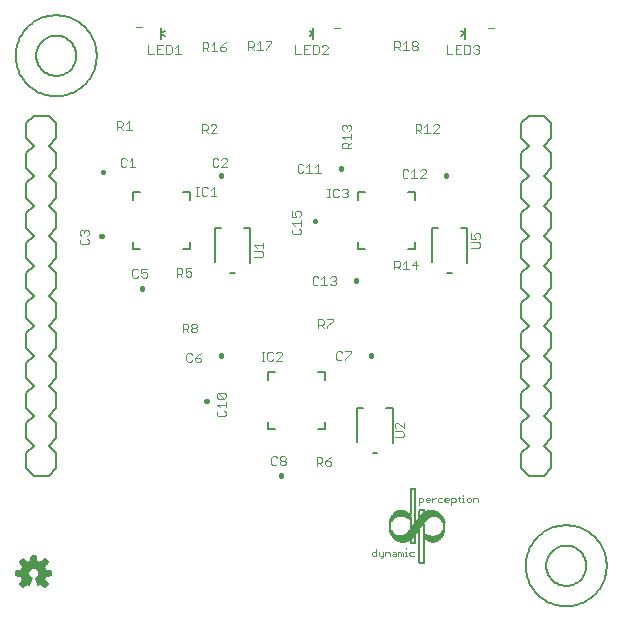
<source format=gto>
G75*
%MOIN*%
%OFA0B0*%
%FSLAX24Y24*%
%IPPOS*%
%LPD*%
%AMOC8*
5,1,8,0,0,1.08239X$1,22.5*
%
%ADD10C,0.0030*%
%ADD11C,0.0060*%
%ADD12C,0.0080*%
%ADD13C,0.0050*%
%ADD14C,0.0160*%
%ADD15R,0.0187X0.0007*%
%ADD16R,0.0187X0.0007*%
%ADD17R,0.0041X0.0007*%
%ADD18R,0.0042X0.0007*%
%ADD19R,0.0041X0.0007*%
%ADD20R,0.0042X0.0007*%
%ADD21R,0.0187X0.0007*%
%ADD22R,0.0187X0.0007*%
%ADD23R,0.0090X0.0007*%
%ADD24R,0.0076X0.0007*%
%ADD25R,0.0180X0.0007*%
%ADD26R,0.0160X0.0007*%
%ADD27R,0.0243X0.0007*%
%ADD28R,0.0042X0.0007*%
%ADD29R,0.0201X0.0007*%
%ADD30R,0.0285X0.0007*%
%ADD31R,0.0042X0.0007*%
%ADD32R,0.0243X0.0007*%
%ADD33R,0.0326X0.0007*%
%ADD34R,0.0285X0.0007*%
%ADD35R,0.0354X0.0007*%
%ADD36R,0.0313X0.0007*%
%ADD37R,0.0389X0.0007*%
%ADD38R,0.0340X0.0007*%
%ADD39R,0.0417X0.0007*%
%ADD40R,0.0368X0.0007*%
%ADD41R,0.0444X0.0007*%
%ADD42R,0.0514X0.0007*%
%ADD43R,0.0410X0.0007*%
%ADD44R,0.0521X0.0007*%
%ADD45R,0.0430X0.0007*%
%ADD46R,0.0535X0.0007*%
%ADD47R,0.0451X0.0007*%
%ADD48R,0.0542X0.0007*%
%ADD49R,0.0472X0.0007*%
%ADD50R,0.0549X0.0007*%
%ADD51R,0.0486X0.0007*%
%ADD52R,0.0563X0.0007*%
%ADD53R,0.0500X0.0007*%
%ADD54R,0.0576X0.0007*%
%ADD55R,0.0514X0.0007*%
%ADD56R,0.0590X0.0007*%
%ADD57R,0.0528X0.0007*%
%ADD58R,0.0604X0.0007*%
%ADD59R,0.0591X0.0007*%
%ADD60R,0.0618X0.0007*%
%ADD61R,0.0598X0.0007*%
%ADD62R,0.0632X0.0007*%
%ADD63R,0.0605X0.0007*%
%ADD64R,0.0646X0.0007*%
%ADD65R,0.0611X0.0007*%
%ADD66R,0.0660X0.0007*%
%ADD67R,0.0674X0.0007*%
%ADD68R,0.0625X0.0007*%
%ADD69R,0.0687X0.0007*%
%ADD70R,0.0632X0.0007*%
%ADD71R,0.0694X0.0007*%
%ADD72R,0.0639X0.0007*%
%ADD73R,0.0708X0.0007*%
%ADD74R,0.0639X0.0007*%
%ADD75R,0.0715X0.0007*%
%ADD76R,0.0729X0.0007*%
%ADD77R,0.0653X0.0007*%
%ADD78R,0.0743X0.0007*%
%ADD79R,0.0653X0.0007*%
%ADD80R,0.0750X0.0007*%
%ADD81R,0.0660X0.0007*%
%ADD82R,0.0757X0.0007*%
%ADD83R,0.0292X0.0007*%
%ADD84R,0.0479X0.0007*%
%ADD85R,0.0236X0.0007*%
%ADD86R,0.0222X0.0007*%
%ADD87R,0.0444X0.0007*%
%ADD88R,0.0209X0.0007*%
%ADD89R,0.0215X0.0007*%
%ADD90R,0.0423X0.0007*%
%ADD91R,0.0188X0.0007*%
%ADD92R,0.0194X0.0007*%
%ADD93R,0.0402X0.0007*%
%ADD94R,0.0167X0.0007*%
%ADD95R,0.0188X0.0007*%
%ADD96R,0.0181X0.0007*%
%ADD97R,0.0389X0.0007*%
%ADD98R,0.0153X0.0007*%
%ADD99R,0.0174X0.0007*%
%ADD100R,0.0375X0.0007*%
%ADD101R,0.0139X0.0007*%
%ADD102R,0.0167X0.0007*%
%ADD103R,0.0361X0.0007*%
%ADD104R,0.0125X0.0007*%
%ADD105R,0.0167X0.0007*%
%ADD106R,0.0347X0.0007*%
%ADD107R,0.0111X0.0007*%
%ADD108R,0.0153X0.0007*%
%ADD109R,0.0340X0.0007*%
%ADD110R,0.0105X0.0007*%
%ADD111R,0.0146X0.0007*%
%ADD112R,0.0333X0.0007*%
%ADD113R,0.0091X0.0007*%
%ADD114R,0.0146X0.0007*%
%ADD115R,0.0333X0.0007*%
%ADD116R,0.0084X0.0007*%
%ADD117R,0.0132X0.0007*%
%ADD118R,0.0139X0.0007*%
%ADD119R,0.0070X0.0007*%
%ADD120R,0.0132X0.0007*%
%ADD121R,0.0132X0.0007*%
%ADD122R,0.0326X0.0007*%
%ADD123R,0.0063X0.0007*%
%ADD124R,0.0125X0.0007*%
%ADD125R,0.0056X0.0007*%
%ADD126R,0.0312X0.0007*%
%ADD127R,0.0049X0.0007*%
%ADD128R,0.0312X0.0007*%
%ADD129R,0.0118X0.0007*%
%ADD130R,0.0313X0.0007*%
%ADD131R,0.0118X0.0007*%
%ADD132R,0.0112X0.0007*%
%ADD133R,0.0111X0.0007*%
%ADD134R,0.0306X0.0007*%
%ADD135R,0.0306X0.0007*%
%ADD136R,0.0105X0.0007*%
%ADD137R,0.0112X0.0007*%
%ADD138R,0.0098X0.0007*%
%ADD139R,0.0098X0.0007*%
%ADD140R,0.0097X0.0007*%
%ADD141R,0.0347X0.0007*%
%ADD142R,0.0097X0.0007*%
%ADD143R,0.0347X0.0007*%
%ADD144R,0.0090X0.0007*%
%ADD145R,0.0097X0.0007*%
%ADD146R,0.0091X0.0007*%
%ADD147R,0.0083X0.0007*%
%ADD148R,0.0083X0.0007*%
%ADD149R,0.0299X0.0007*%
%ADD150R,0.0299X0.0007*%
%ADD151R,0.0299X0.0007*%
%ADD152R,0.0305X0.0007*%
%ADD153R,0.0305X0.0007*%
%ADD154R,0.0104X0.0007*%
%ADD155R,0.0319X0.0007*%
%ADD156R,0.0319X0.0007*%
%ADD157R,0.0063X0.0007*%
%ADD158R,0.0070X0.0007*%
%ADD159R,0.0319X0.0007*%
%ADD160R,0.0077X0.0007*%
%ADD161R,0.0139X0.0007*%
%ADD162R,0.0139X0.0007*%
%ADD163R,0.0160X0.0007*%
%ADD164R,0.0119X0.0007*%
%ADD165R,0.0361X0.0007*%
%ADD166R,0.0174X0.0007*%
%ADD167R,0.0375X0.0007*%
%ADD168R,0.0388X0.0007*%
%ADD169R,0.0174X0.0007*%
%ADD170R,0.0402X0.0007*%
%ADD171R,0.0195X0.0007*%
%ADD172R,0.0222X0.0007*%
%ADD173R,0.0223X0.0007*%
%ADD174R,0.0444X0.0007*%
%ADD175R,0.0250X0.0007*%
%ADD176R,0.0320X0.0007*%
%ADD177R,0.0798X0.0007*%
%ADD178R,0.0667X0.0007*%
%ADD179R,0.0736X0.0007*%
%ADD180R,0.0722X0.0007*%
%ADD181R,0.0646X0.0007*%
%ADD182R,0.0639X0.0007*%
%ADD183R,0.0694X0.0007*%
%ADD184R,0.0632X0.0007*%
%ADD185R,0.0680X0.0007*%
%ADD186R,0.0666X0.0007*%
%ADD187R,0.0625X0.0007*%
%ADD188R,0.0619X0.0007*%
%ADD189R,0.0612X0.0007*%
%ADD190R,0.0632X0.0007*%
%ADD191R,0.0605X0.0007*%
%ADD192R,0.0549X0.0007*%
%ADD193R,0.0604X0.0007*%
%ADD194R,0.0535X0.0007*%
%ADD195R,0.0577X0.0007*%
%ADD196R,0.0542X0.0007*%
%ADD197R,0.0465X0.0007*%
%ADD198R,0.0444X0.0007*%
%ADD199R,0.0528X0.0007*%
%ADD200R,0.0514X0.0007*%
%ADD201R,0.0403X0.0007*%
%ADD202R,0.0507X0.0007*%
%ADD203R,0.0382X0.0007*%
%ADD204R,0.0437X0.0007*%
%ADD205R,0.0410X0.0007*%
%ADD206R,0.0334X0.0007*%
%ADD207R,0.0354X0.0007*%
%ADD208R,0.0271X0.0007*%
%ADD209R,0.0278X0.0007*%
%ADD210R,0.0229X0.0007*%
%ADD211R,0.0166X0.0007*%
%ADD212C,0.0020*%
%ADD213C,0.0059*%
D10*
X008147Y008295D02*
X008244Y008295D01*
X008292Y008343D01*
X008393Y008343D02*
X008442Y008295D01*
X008538Y008295D01*
X008587Y008343D01*
X008587Y008392D01*
X008538Y008440D01*
X008393Y008440D01*
X008393Y008343D01*
X008393Y008440D02*
X008490Y008537D01*
X008587Y008585D01*
X008292Y008537D02*
X008244Y008585D01*
X008147Y008585D01*
X008099Y008537D01*
X008099Y008343D01*
X008147Y008295D01*
X009161Y007264D02*
X009354Y007070D01*
X009403Y007119D01*
X009403Y007215D01*
X009354Y007264D01*
X009161Y007264D01*
X009113Y007215D01*
X009113Y007119D01*
X009161Y007070D01*
X009354Y007070D01*
X009403Y006969D02*
X009403Y006776D01*
X009403Y006872D02*
X009113Y006872D01*
X009209Y006776D01*
X009161Y006675D02*
X009113Y006626D01*
X009113Y006529D01*
X009161Y006481D01*
X009354Y006481D01*
X009403Y006529D01*
X009403Y006626D01*
X009354Y006675D01*
X010925Y005094D02*
X010925Y004901D01*
X010974Y004853D01*
X011070Y004853D01*
X011119Y004901D01*
X011220Y004901D02*
X011220Y004949D01*
X011268Y004998D01*
X011365Y004998D01*
X011414Y004949D01*
X011414Y004901D01*
X011365Y004853D01*
X011268Y004853D01*
X011220Y004901D01*
X011268Y004998D02*
X011220Y005046D01*
X011220Y005094D01*
X011268Y005143D01*
X011365Y005143D01*
X011414Y005094D01*
X011414Y005046D01*
X011365Y004998D01*
X011119Y005094D02*
X011070Y005143D01*
X010974Y005143D01*
X010925Y005094D01*
X012436Y005123D02*
X012436Y004833D01*
X012436Y004929D02*
X012581Y004929D01*
X012630Y004978D01*
X012630Y005074D01*
X012581Y005123D01*
X012436Y005123D01*
X012533Y004929D02*
X012630Y004833D01*
X012731Y004881D02*
X012779Y004833D01*
X012876Y004833D01*
X012924Y004881D01*
X012924Y004929D01*
X012876Y004978D01*
X012731Y004978D01*
X012731Y004881D01*
X012731Y004978D02*
X012827Y005074D01*
X012924Y005123D01*
X015049Y005784D02*
X015291Y005784D01*
X015339Y005833D01*
X015339Y005929D01*
X015291Y005978D01*
X015049Y005978D01*
X015097Y006079D02*
X015049Y006127D01*
X015049Y006224D01*
X015097Y006272D01*
X015146Y006272D01*
X015339Y006079D01*
X015339Y006272D01*
X013393Y008358D02*
X013393Y008406D01*
X013587Y008599D01*
X013587Y008648D01*
X013393Y008648D01*
X013292Y008599D02*
X013244Y008648D01*
X013147Y008648D01*
X013099Y008599D01*
X013099Y008406D01*
X013147Y008358D01*
X013244Y008358D01*
X013292Y008406D01*
X012783Y009428D02*
X012783Y009476D01*
X012976Y009669D01*
X012976Y009718D01*
X012783Y009718D01*
X012681Y009669D02*
X012681Y009573D01*
X012633Y009524D01*
X012488Y009524D01*
X012488Y009428D02*
X012488Y009718D01*
X012633Y009718D01*
X012681Y009669D01*
X012585Y009524D02*
X012681Y009428D01*
X012695Y010858D02*
X012695Y011148D01*
X012599Y011051D01*
X012497Y011099D02*
X012449Y011148D01*
X012352Y011148D01*
X012304Y011099D01*
X012304Y010906D01*
X012352Y010858D01*
X012449Y010858D01*
X012497Y010906D01*
X012599Y010858D02*
X012792Y010858D01*
X012893Y010906D02*
X012942Y010858D01*
X013038Y010858D01*
X013087Y010906D01*
X013087Y010954D01*
X013038Y011003D01*
X012990Y011003D01*
X013038Y011003D02*
X013087Y011051D01*
X013087Y011099D01*
X013038Y011148D01*
X012942Y011148D01*
X012893Y011099D01*
X011854Y012544D02*
X011903Y012592D01*
X011903Y012689D01*
X011854Y012737D01*
X011903Y012838D02*
X011903Y013032D01*
X011903Y012935D02*
X011613Y012935D01*
X011709Y012838D01*
X011661Y012737D02*
X011613Y012689D01*
X011613Y012592D01*
X011661Y012544D01*
X011854Y012544D01*
X011854Y013133D02*
X011903Y013181D01*
X011903Y013278D01*
X011854Y013326D01*
X011758Y013326D01*
X011709Y013278D01*
X011709Y013230D01*
X011758Y013133D01*
X011613Y013133D01*
X011613Y013326D01*
X011852Y014608D02*
X011949Y014608D01*
X011997Y014656D01*
X012099Y014608D02*
X012292Y014608D01*
X012195Y014608D02*
X012195Y014898D01*
X012099Y014801D01*
X011997Y014849D02*
X011949Y014898D01*
X011852Y014898D01*
X011804Y014849D01*
X011804Y014656D01*
X011852Y014608D01*
X012393Y014608D02*
X012587Y014608D01*
X012490Y014608D02*
X012490Y014898D01*
X012393Y014801D01*
X012792Y014069D02*
X012888Y014069D01*
X012840Y014069D02*
X012840Y013779D01*
X012792Y013779D02*
X012888Y013779D01*
X012988Y013827D02*
X013036Y013779D01*
X013133Y013779D01*
X013182Y013827D01*
X013283Y013827D02*
X013331Y013779D01*
X013428Y013779D01*
X013476Y013827D01*
X013476Y013876D01*
X013428Y013924D01*
X013379Y013924D01*
X013428Y013924D02*
X013476Y013972D01*
X013476Y014021D01*
X013428Y014069D01*
X013331Y014069D01*
X013283Y014021D01*
X013182Y014021D02*
X013133Y014069D01*
X013036Y014069D01*
X012988Y014021D01*
X012988Y013827D01*
X013293Y015415D02*
X013293Y015560D01*
X013341Y015608D01*
X013438Y015608D01*
X013486Y015560D01*
X013486Y015415D01*
X013486Y015512D02*
X013583Y015608D01*
X013583Y015710D02*
X013583Y015903D01*
X013583Y015806D02*
X013293Y015806D01*
X013389Y015710D01*
X013293Y015415D02*
X013583Y015415D01*
X013534Y016004D02*
X013583Y016053D01*
X013583Y016149D01*
X013534Y016198D01*
X013486Y016198D01*
X013438Y016149D01*
X013438Y016101D01*
X013438Y016149D02*
X013389Y016198D01*
X013341Y016198D01*
X013293Y016149D01*
X013293Y016053D01*
X013341Y016004D01*
X015304Y014662D02*
X015304Y014468D01*
X015352Y014420D01*
X015449Y014420D01*
X015497Y014468D01*
X015599Y014420D02*
X015792Y014420D01*
X015695Y014420D02*
X015695Y014710D01*
X015599Y014613D01*
X015497Y014662D02*
X015449Y014710D01*
X015352Y014710D01*
X015304Y014662D01*
X015893Y014662D02*
X015942Y014710D01*
X016038Y014710D01*
X016087Y014662D01*
X016087Y014613D01*
X015893Y014420D01*
X016087Y014420D01*
X016129Y015928D02*
X016129Y016218D01*
X016033Y016121D01*
X015931Y016169D02*
X015931Y016073D01*
X015883Y016024D01*
X015738Y016024D01*
X015738Y015928D02*
X015738Y016218D01*
X015883Y016218D01*
X015931Y016169D01*
X015835Y016024D02*
X015931Y015928D01*
X016033Y015928D02*
X016226Y015928D01*
X016327Y015928D02*
X016521Y016121D01*
X016521Y016169D01*
X016472Y016218D01*
X016376Y016218D01*
X016327Y016169D01*
X016327Y015928D02*
X016521Y015928D01*
X016775Y018565D02*
X016969Y018565D01*
X017070Y018565D02*
X017264Y018565D01*
X017365Y018565D02*
X017510Y018565D01*
X017558Y018613D01*
X017558Y018807D01*
X017510Y018855D01*
X017365Y018855D01*
X017365Y018565D01*
X017167Y018710D02*
X017070Y018710D01*
X017070Y018855D02*
X017070Y018565D01*
X017070Y018855D02*
X017264Y018855D01*
X017659Y018807D02*
X017708Y018855D01*
X017804Y018855D01*
X017853Y018807D01*
X017853Y018758D01*
X017804Y018710D01*
X017853Y018662D01*
X017853Y018613D01*
X017804Y018565D01*
X017708Y018565D01*
X017659Y018613D01*
X017756Y018710D02*
X017804Y018710D01*
X018150Y019410D02*
X018344Y019410D01*
X016775Y018855D02*
X016775Y018565D01*
X015808Y018738D02*
X015760Y018690D01*
X015663Y018690D01*
X015615Y018738D01*
X015615Y018787D01*
X015663Y018835D01*
X015760Y018835D01*
X015808Y018787D01*
X015808Y018738D01*
X015760Y018835D02*
X015808Y018883D01*
X015808Y018932D01*
X015760Y018980D01*
X015663Y018980D01*
X015615Y018932D01*
X015615Y018883D01*
X015663Y018835D01*
X015514Y018690D02*
X015320Y018690D01*
X015417Y018690D02*
X015417Y018980D01*
X015320Y018883D01*
X015219Y018835D02*
X015170Y018787D01*
X015025Y018787D01*
X015025Y018690D02*
X015025Y018980D01*
X015170Y018980D01*
X015219Y018932D01*
X015219Y018835D01*
X015122Y018787D02*
X015219Y018690D01*
X013219Y019410D02*
X013025Y019410D01*
X012754Y018855D02*
X012658Y018855D01*
X012609Y018807D01*
X012508Y018807D02*
X012508Y018613D01*
X012460Y018565D01*
X012315Y018565D01*
X012315Y018855D01*
X012460Y018855D01*
X012508Y018807D01*
X012754Y018855D02*
X012803Y018807D01*
X012803Y018758D01*
X012609Y018565D01*
X012803Y018565D01*
X012214Y018565D02*
X012020Y018565D01*
X012020Y018855D01*
X012214Y018855D01*
X012117Y018710D02*
X012020Y018710D01*
X011919Y018565D02*
X011725Y018565D01*
X011725Y018855D01*
X010933Y018932D02*
X010740Y018738D01*
X010740Y018690D01*
X010639Y018690D02*
X010445Y018690D01*
X010542Y018690D02*
X010542Y018980D01*
X010445Y018883D01*
X010344Y018835D02*
X010295Y018787D01*
X010150Y018787D01*
X010150Y018690D02*
X010150Y018980D01*
X010295Y018980D01*
X010344Y018932D01*
X010344Y018835D01*
X010247Y018787D02*
X010344Y018690D01*
X010740Y018980D02*
X010933Y018980D01*
X010933Y018932D01*
X009424Y018948D02*
X009327Y018899D01*
X009231Y018803D01*
X009376Y018803D01*
X009424Y018754D01*
X009424Y018706D01*
X009376Y018658D01*
X009279Y018658D01*
X009231Y018706D01*
X009231Y018803D01*
X009130Y018658D02*
X008936Y018658D01*
X009033Y018658D02*
X009033Y018948D01*
X008936Y018851D01*
X008835Y018899D02*
X008835Y018803D01*
X008787Y018754D01*
X008641Y018754D01*
X008641Y018658D02*
X008641Y018948D01*
X008787Y018948D01*
X008835Y018899D01*
X008738Y018754D02*
X008835Y018658D01*
X007903Y018565D02*
X007709Y018565D01*
X007806Y018565D02*
X007806Y018855D01*
X007709Y018758D01*
X007608Y018807D02*
X007560Y018855D01*
X007415Y018855D01*
X007415Y018565D01*
X007560Y018565D01*
X007608Y018613D01*
X007608Y018807D01*
X007314Y018855D02*
X007120Y018855D01*
X007120Y018565D01*
X007314Y018565D01*
X007217Y018710D02*
X007120Y018710D01*
X007019Y018565D02*
X006825Y018565D01*
X006825Y018855D01*
X006619Y019473D02*
X006425Y019473D01*
X006177Y016323D02*
X006177Y016033D01*
X006081Y016033D02*
X006274Y016033D01*
X006081Y016226D02*
X006177Y016323D01*
X005980Y016274D02*
X005980Y016178D01*
X005931Y016129D01*
X005786Y016129D01*
X005786Y016033D02*
X005786Y016323D01*
X005931Y016323D01*
X005980Y016274D01*
X005883Y016129D02*
X005980Y016033D01*
X005959Y015085D02*
X005911Y015037D01*
X005911Y014843D01*
X005959Y014795D01*
X006056Y014795D01*
X006105Y014843D01*
X006206Y014795D02*
X006399Y014795D01*
X006302Y014795D02*
X006302Y015085D01*
X006206Y014988D01*
X006105Y015037D02*
X006056Y015085D01*
X005959Y015085D01*
X008417Y014132D02*
X008513Y014132D01*
X008465Y014132D02*
X008465Y013841D01*
X008417Y013841D02*
X008513Y013841D01*
X008613Y013890D02*
X008613Y014083D01*
X008661Y014132D01*
X008758Y014132D01*
X008807Y014083D01*
X008908Y014035D02*
X009004Y014132D01*
X009004Y013841D01*
X008908Y013841D02*
X009101Y013841D01*
X008807Y013890D02*
X008758Y013841D01*
X008661Y013841D01*
X008613Y013890D01*
X009022Y014795D02*
X009119Y014795D01*
X009167Y014843D01*
X009268Y014795D02*
X009462Y014988D01*
X009462Y015037D01*
X009413Y015085D01*
X009317Y015085D01*
X009268Y015037D01*
X009167Y015037D02*
X009119Y015085D01*
X009022Y015085D01*
X008974Y015037D01*
X008974Y014843D01*
X009022Y014795D01*
X009268Y014795D02*
X009462Y014795D01*
X009101Y015928D02*
X008908Y015928D01*
X009101Y016121D01*
X009101Y016169D01*
X009053Y016218D01*
X008956Y016218D01*
X008908Y016169D01*
X008806Y016169D02*
X008806Y016073D01*
X008758Y016024D01*
X008613Y016024D01*
X008613Y015928D02*
X008613Y016218D01*
X008758Y016218D01*
X008806Y016169D01*
X008710Y016024D02*
X008806Y015928D01*
X010652Y012272D02*
X010652Y012079D01*
X010652Y012176D02*
X010362Y012176D01*
X010458Y012079D01*
X010362Y011978D02*
X010603Y011978D01*
X010652Y011929D01*
X010652Y011833D01*
X010603Y011784D01*
X010362Y011784D01*
X008264Y011418D02*
X008070Y011418D01*
X008070Y011273D01*
X008167Y011321D01*
X008215Y011321D01*
X008264Y011273D01*
X008264Y011176D01*
X008215Y011128D01*
X008118Y011128D01*
X008070Y011176D01*
X007969Y011128D02*
X007872Y011224D01*
X007920Y011224D02*
X007775Y011224D01*
X007775Y011128D02*
X007775Y011418D01*
X007920Y011418D01*
X007969Y011369D01*
X007969Y011273D01*
X007920Y011224D01*
X006789Y011248D02*
X006789Y011151D01*
X006740Y011103D01*
X006643Y011103D01*
X006595Y011151D01*
X006595Y011248D02*
X006692Y011296D01*
X006740Y011296D01*
X006789Y011248D01*
X006789Y011393D02*
X006595Y011393D01*
X006595Y011248D01*
X006494Y011344D02*
X006445Y011393D01*
X006349Y011393D01*
X006300Y011344D01*
X006300Y011151D01*
X006349Y011103D01*
X006445Y011103D01*
X006494Y011151D01*
X004840Y012262D02*
X004792Y012213D01*
X004598Y012213D01*
X004550Y012262D01*
X004550Y012358D01*
X004598Y012407D01*
X004598Y012508D02*
X004550Y012556D01*
X004550Y012653D01*
X004598Y012701D01*
X004647Y012701D01*
X004695Y012653D01*
X004744Y012701D01*
X004792Y012701D01*
X004840Y012653D01*
X004840Y012556D01*
X004792Y012508D01*
X004792Y012407D02*
X004840Y012358D01*
X004840Y012262D01*
X004695Y012605D02*
X004695Y012653D01*
X007974Y009573D02*
X007974Y009283D01*
X007974Y009379D02*
X008119Y009379D01*
X008167Y009428D01*
X008167Y009524D01*
X008119Y009573D01*
X007974Y009573D01*
X008070Y009379D02*
X008167Y009283D01*
X008268Y009331D02*
X008268Y009379D01*
X008317Y009428D01*
X008413Y009428D01*
X008462Y009379D01*
X008462Y009331D01*
X008413Y009283D01*
X008317Y009283D01*
X008268Y009331D01*
X008317Y009428D02*
X008268Y009476D01*
X008268Y009524D01*
X008317Y009573D01*
X008413Y009573D01*
X008462Y009524D01*
X008462Y009476D01*
X008413Y009428D01*
X010604Y008632D02*
X010701Y008632D01*
X010652Y008632D02*
X010652Y008341D01*
X010604Y008341D02*
X010701Y008341D01*
X010801Y008390D02*
X010801Y008583D01*
X010849Y008632D01*
X010946Y008632D01*
X010994Y008583D01*
X011095Y008583D02*
X011144Y008632D01*
X011240Y008632D01*
X011289Y008583D01*
X011289Y008535D01*
X011095Y008341D01*
X011289Y008341D01*
X010994Y008390D02*
X010946Y008341D01*
X010849Y008341D01*
X010801Y008390D01*
X015025Y011378D02*
X015025Y011668D01*
X015170Y011668D01*
X015219Y011619D01*
X015219Y011523D01*
X015170Y011474D01*
X015025Y011474D01*
X015122Y011474D02*
X015219Y011378D01*
X015320Y011378D02*
X015514Y011378D01*
X015417Y011378D02*
X015417Y011668D01*
X015320Y011571D01*
X015615Y011523D02*
X015808Y011523D01*
X015760Y011378D02*
X015760Y011668D01*
X015615Y011523D01*
X017596Y012097D02*
X017838Y012097D01*
X017886Y012145D01*
X017886Y012242D01*
X017838Y012290D01*
X017596Y012290D01*
X017596Y012391D02*
X017741Y012391D01*
X017693Y012488D01*
X017693Y012536D01*
X017741Y012585D01*
X017838Y012585D01*
X017886Y012536D01*
X017886Y012440D01*
X017838Y012391D01*
X017596Y012391D02*
X017596Y012585D01*
D11*
X019410Y001500D02*
X019412Y001573D01*
X019418Y001646D01*
X019428Y001718D01*
X019442Y001790D01*
X019459Y001861D01*
X019481Y001931D01*
X019506Y002000D01*
X019535Y002067D01*
X019567Y002132D01*
X019603Y002196D01*
X019643Y002258D01*
X019685Y002317D01*
X019731Y002374D01*
X019780Y002428D01*
X019832Y002480D01*
X019886Y002529D01*
X019943Y002575D01*
X020002Y002617D01*
X020064Y002657D01*
X020128Y002693D01*
X020193Y002725D01*
X020260Y002754D01*
X020329Y002779D01*
X020399Y002801D01*
X020470Y002818D01*
X020542Y002832D01*
X020614Y002842D01*
X020687Y002848D01*
X020760Y002850D01*
X020833Y002848D01*
X020906Y002842D01*
X020978Y002832D01*
X021050Y002818D01*
X021121Y002801D01*
X021191Y002779D01*
X021260Y002754D01*
X021327Y002725D01*
X021392Y002693D01*
X021456Y002657D01*
X021518Y002617D01*
X021577Y002575D01*
X021634Y002529D01*
X021688Y002480D01*
X021740Y002428D01*
X021789Y002374D01*
X021835Y002317D01*
X021877Y002258D01*
X021917Y002196D01*
X021953Y002132D01*
X021985Y002067D01*
X022014Y002000D01*
X022039Y001931D01*
X022061Y001861D01*
X022078Y001790D01*
X022092Y001718D01*
X022102Y001646D01*
X022108Y001573D01*
X022110Y001500D01*
X022108Y001427D01*
X022102Y001354D01*
X022092Y001282D01*
X022078Y001210D01*
X022061Y001139D01*
X022039Y001069D01*
X022014Y001000D01*
X021985Y000933D01*
X021953Y000868D01*
X021917Y000804D01*
X021877Y000742D01*
X021835Y000683D01*
X021789Y000626D01*
X021740Y000572D01*
X021688Y000520D01*
X021634Y000471D01*
X021577Y000425D01*
X021518Y000383D01*
X021456Y000343D01*
X021392Y000307D01*
X021327Y000275D01*
X021260Y000246D01*
X021191Y000221D01*
X021121Y000199D01*
X021050Y000182D01*
X020978Y000168D01*
X020906Y000158D01*
X020833Y000152D01*
X020760Y000150D01*
X020687Y000152D01*
X020614Y000158D01*
X020542Y000168D01*
X020470Y000182D01*
X020399Y000199D01*
X020329Y000221D01*
X020260Y000246D01*
X020193Y000275D01*
X020128Y000307D01*
X020064Y000343D01*
X020002Y000383D01*
X019943Y000425D01*
X019886Y000471D01*
X019832Y000520D01*
X019780Y000572D01*
X019731Y000626D01*
X019685Y000683D01*
X019643Y000742D01*
X019603Y000804D01*
X019567Y000868D01*
X019535Y000933D01*
X019506Y001000D01*
X019481Y001069D01*
X019459Y001139D01*
X019442Y001210D01*
X019428Y001282D01*
X019418Y001354D01*
X019412Y001427D01*
X019410Y001500D01*
X002410Y018500D02*
X002412Y018573D01*
X002418Y018646D01*
X002428Y018718D01*
X002442Y018790D01*
X002459Y018861D01*
X002481Y018931D01*
X002506Y019000D01*
X002535Y019067D01*
X002567Y019132D01*
X002603Y019196D01*
X002643Y019258D01*
X002685Y019317D01*
X002731Y019374D01*
X002780Y019428D01*
X002832Y019480D01*
X002886Y019529D01*
X002943Y019575D01*
X003002Y019617D01*
X003064Y019657D01*
X003128Y019693D01*
X003193Y019725D01*
X003260Y019754D01*
X003329Y019779D01*
X003399Y019801D01*
X003470Y019818D01*
X003542Y019832D01*
X003614Y019842D01*
X003687Y019848D01*
X003760Y019850D01*
X003833Y019848D01*
X003906Y019842D01*
X003978Y019832D01*
X004050Y019818D01*
X004121Y019801D01*
X004191Y019779D01*
X004260Y019754D01*
X004327Y019725D01*
X004392Y019693D01*
X004456Y019657D01*
X004518Y019617D01*
X004577Y019575D01*
X004634Y019529D01*
X004688Y019480D01*
X004740Y019428D01*
X004789Y019374D01*
X004835Y019317D01*
X004877Y019258D01*
X004917Y019196D01*
X004953Y019132D01*
X004985Y019067D01*
X005014Y019000D01*
X005039Y018931D01*
X005061Y018861D01*
X005078Y018790D01*
X005092Y018718D01*
X005102Y018646D01*
X005108Y018573D01*
X005110Y018500D01*
X005108Y018427D01*
X005102Y018354D01*
X005092Y018282D01*
X005078Y018210D01*
X005061Y018139D01*
X005039Y018069D01*
X005014Y018000D01*
X004985Y017933D01*
X004953Y017868D01*
X004917Y017804D01*
X004877Y017742D01*
X004835Y017683D01*
X004789Y017626D01*
X004740Y017572D01*
X004688Y017520D01*
X004634Y017471D01*
X004577Y017425D01*
X004518Y017383D01*
X004456Y017343D01*
X004392Y017307D01*
X004327Y017275D01*
X004260Y017246D01*
X004191Y017221D01*
X004121Y017199D01*
X004050Y017182D01*
X003978Y017168D01*
X003906Y017158D01*
X003833Y017152D01*
X003760Y017150D01*
X003687Y017152D01*
X003614Y017158D01*
X003542Y017168D01*
X003470Y017182D01*
X003399Y017199D01*
X003329Y017221D01*
X003260Y017246D01*
X003193Y017275D01*
X003128Y017307D01*
X003064Y017343D01*
X003002Y017383D01*
X002943Y017425D01*
X002886Y017471D01*
X002832Y017520D01*
X002780Y017572D01*
X002731Y017626D01*
X002685Y017683D01*
X002643Y017742D01*
X002603Y017804D01*
X002567Y017868D01*
X002535Y017933D01*
X002506Y018000D01*
X002481Y018069D01*
X002459Y018139D01*
X002442Y018210D01*
X002428Y018282D01*
X002418Y018354D01*
X002412Y018427D01*
X002410Y018500D01*
D12*
X003091Y018500D02*
X003093Y018551D01*
X003099Y018602D01*
X003109Y018652D01*
X003122Y018702D01*
X003140Y018750D01*
X003160Y018797D01*
X003185Y018842D01*
X003213Y018885D01*
X003244Y018926D01*
X003278Y018964D01*
X003315Y018999D01*
X003354Y019032D01*
X003396Y019062D01*
X003440Y019088D01*
X003486Y019110D01*
X003534Y019130D01*
X003583Y019145D01*
X003633Y019157D01*
X003683Y019165D01*
X003734Y019169D01*
X003786Y019169D01*
X003837Y019165D01*
X003887Y019157D01*
X003937Y019145D01*
X003986Y019130D01*
X004034Y019110D01*
X004080Y019088D01*
X004124Y019062D01*
X004166Y019032D01*
X004205Y018999D01*
X004242Y018964D01*
X004276Y018926D01*
X004307Y018885D01*
X004335Y018842D01*
X004360Y018797D01*
X004380Y018750D01*
X004398Y018702D01*
X004411Y018652D01*
X004421Y018602D01*
X004427Y018551D01*
X004429Y018500D01*
X004427Y018449D01*
X004421Y018398D01*
X004411Y018348D01*
X004398Y018298D01*
X004380Y018250D01*
X004360Y018203D01*
X004335Y018158D01*
X004307Y018115D01*
X004276Y018074D01*
X004242Y018036D01*
X004205Y018001D01*
X004166Y017968D01*
X004124Y017938D01*
X004080Y017912D01*
X004034Y017890D01*
X003986Y017870D01*
X003937Y017855D01*
X003887Y017843D01*
X003837Y017835D01*
X003786Y017831D01*
X003734Y017831D01*
X003683Y017835D01*
X003633Y017843D01*
X003583Y017855D01*
X003534Y017870D01*
X003486Y017890D01*
X003440Y017912D01*
X003396Y017938D01*
X003354Y017968D01*
X003315Y018001D01*
X003278Y018036D01*
X003244Y018074D01*
X003213Y018115D01*
X003185Y018158D01*
X003160Y018203D01*
X003140Y018250D01*
X003122Y018298D01*
X003109Y018348D01*
X003099Y018398D01*
X003093Y018449D01*
X003091Y018500D01*
X003010Y016500D02*
X002760Y016250D01*
X002760Y015750D01*
X003010Y015500D01*
X002760Y015250D01*
X002760Y014750D01*
X003010Y014500D01*
X002760Y014250D01*
X002760Y013750D01*
X003010Y013500D01*
X002760Y013250D01*
X002760Y012750D01*
X003010Y012500D01*
X002760Y012250D01*
X002760Y011750D01*
X003010Y011500D01*
X002760Y011250D01*
X002760Y010750D01*
X003010Y010500D01*
X002760Y010250D01*
X002760Y009750D01*
X003010Y009500D01*
X002760Y009250D01*
X002760Y008750D01*
X003010Y008500D01*
X002760Y008250D01*
X002760Y007750D01*
X003010Y007500D01*
X002760Y007250D01*
X002760Y006750D01*
X003010Y006500D01*
X002760Y006250D01*
X002760Y005750D01*
X003010Y005500D01*
X002760Y005250D01*
X002760Y004750D01*
X003010Y004500D01*
X003510Y004500D01*
X003760Y004750D01*
X003760Y005250D01*
X003510Y005500D01*
X003760Y005750D01*
X003760Y006250D01*
X003510Y006500D01*
X003760Y006750D01*
X003760Y007250D01*
X003510Y007500D01*
X003760Y007750D01*
X003760Y008250D01*
X003510Y008500D01*
X003760Y008750D01*
X003760Y009250D01*
X003510Y009500D01*
X003760Y009750D01*
X003760Y010250D01*
X003510Y010500D01*
X003760Y010750D01*
X003760Y011250D01*
X003510Y011500D01*
X003760Y011750D01*
X003760Y012250D01*
X003510Y012500D01*
X003760Y012750D01*
X003760Y013250D01*
X003510Y013500D01*
X003760Y013750D01*
X003760Y014250D01*
X003510Y014500D01*
X003760Y014750D01*
X003760Y015250D01*
X003510Y015500D01*
X003760Y015750D01*
X003760Y016250D01*
X003510Y016500D01*
X003010Y016500D01*
X006316Y013944D02*
X006316Y013709D01*
X006316Y013944D02*
X006551Y013944D01*
X007970Y013944D02*
X008205Y013944D01*
X008205Y013709D01*
X008205Y012291D02*
X008205Y012056D01*
X007970Y012056D01*
X006551Y012056D02*
X006316Y012056D01*
X006316Y012291D01*
X010816Y007944D02*
X011051Y007944D01*
X010816Y007944D02*
X010816Y007709D01*
X010816Y006291D02*
X010816Y006056D01*
X011051Y006056D01*
X012470Y006056D02*
X012705Y006056D01*
X012705Y006291D01*
X012705Y007709D02*
X012705Y007944D01*
X012470Y007944D01*
X013816Y012056D02*
X013816Y012291D01*
X013816Y012056D02*
X014051Y012056D01*
X015470Y012056D02*
X015705Y012056D01*
X015705Y012291D01*
X015705Y013709D02*
X015705Y013944D01*
X015470Y013944D01*
X014051Y013944D02*
X013816Y013944D01*
X013816Y013709D01*
X019260Y013750D02*
X019260Y014250D01*
X019510Y014500D01*
X019260Y014750D01*
X019260Y015250D01*
X019510Y015500D01*
X019260Y015750D01*
X019260Y016250D01*
X019510Y016500D01*
X020010Y016500D01*
X020260Y016250D01*
X020260Y015750D01*
X020010Y015500D01*
X020260Y015250D01*
X020260Y014750D01*
X020010Y014500D01*
X020260Y014250D01*
X020260Y013750D01*
X020010Y013500D01*
X020260Y013250D01*
X020260Y012750D01*
X020010Y012500D01*
X020260Y012250D01*
X020260Y011750D01*
X020010Y011500D01*
X020260Y011250D01*
X020260Y010750D01*
X020010Y010500D01*
X020260Y010250D01*
X020260Y009750D01*
X020010Y009500D01*
X020260Y009250D01*
X020260Y008750D01*
X020010Y008500D01*
X020260Y008250D01*
X020260Y007750D01*
X020010Y007500D01*
X020260Y007250D01*
X020260Y006750D01*
X020010Y006500D01*
X020260Y006250D01*
X020260Y005750D01*
X020010Y005500D01*
X020260Y005250D01*
X020260Y004750D01*
X020010Y004500D01*
X019510Y004500D01*
X019260Y004750D01*
X019260Y005250D01*
X019510Y005500D01*
X019260Y005750D01*
X019260Y006250D01*
X019510Y006500D01*
X019260Y006750D01*
X019260Y007250D01*
X019510Y007500D01*
X019260Y007750D01*
X019260Y008250D01*
X019510Y008500D01*
X019260Y008750D01*
X019260Y009250D01*
X019510Y009500D01*
X019260Y009750D01*
X019260Y010250D01*
X019510Y010500D01*
X019260Y010750D01*
X019260Y011250D01*
X019510Y011500D01*
X019260Y011750D01*
X019260Y012250D01*
X019510Y012500D01*
X019260Y012750D01*
X019260Y013250D01*
X019510Y013500D01*
X019260Y013750D01*
X017390Y019069D02*
X017390Y019250D01*
X017268Y019158D01*
X017390Y019250D02*
X017390Y019431D01*
X017268Y019336D02*
X017384Y019260D01*
X012327Y019250D02*
X012327Y019069D01*
X012205Y019158D02*
X012327Y019250D01*
X012327Y019431D01*
X012205Y019336D02*
X012321Y019260D01*
X007378Y019342D02*
X007256Y019250D01*
X007256Y019069D01*
X007378Y019164D02*
X007262Y019240D01*
X007256Y019250D02*
X007256Y019431D01*
X020091Y001500D02*
X020093Y001551D01*
X020099Y001602D01*
X020109Y001652D01*
X020122Y001702D01*
X020140Y001750D01*
X020160Y001797D01*
X020185Y001842D01*
X020213Y001885D01*
X020244Y001926D01*
X020278Y001964D01*
X020315Y001999D01*
X020354Y002032D01*
X020396Y002062D01*
X020440Y002088D01*
X020486Y002110D01*
X020534Y002130D01*
X020583Y002145D01*
X020633Y002157D01*
X020683Y002165D01*
X020734Y002169D01*
X020786Y002169D01*
X020837Y002165D01*
X020887Y002157D01*
X020937Y002145D01*
X020986Y002130D01*
X021034Y002110D01*
X021080Y002088D01*
X021124Y002062D01*
X021166Y002032D01*
X021205Y001999D01*
X021242Y001964D01*
X021276Y001926D01*
X021307Y001885D01*
X021335Y001842D01*
X021360Y001797D01*
X021380Y001750D01*
X021398Y001702D01*
X021411Y001652D01*
X021421Y001602D01*
X021427Y001551D01*
X021429Y001500D01*
X021427Y001449D01*
X021421Y001398D01*
X021411Y001348D01*
X021398Y001298D01*
X021380Y001250D01*
X021360Y001203D01*
X021335Y001158D01*
X021307Y001115D01*
X021276Y001074D01*
X021242Y001036D01*
X021205Y001001D01*
X021166Y000968D01*
X021124Y000938D01*
X021080Y000912D01*
X021034Y000890D01*
X020986Y000870D01*
X020937Y000855D01*
X020887Y000843D01*
X020837Y000835D01*
X020786Y000831D01*
X020734Y000831D01*
X020683Y000835D01*
X020633Y000843D01*
X020583Y000855D01*
X020534Y000870D01*
X020486Y000890D01*
X020440Y000912D01*
X020396Y000938D01*
X020354Y000968D01*
X020315Y001001D01*
X020278Y001036D01*
X020244Y001074D01*
X020213Y001115D01*
X020185Y001158D01*
X020160Y001203D01*
X020140Y001250D01*
X020122Y001298D01*
X020109Y001348D01*
X020099Y001398D01*
X020093Y001449D01*
X020091Y001500D01*
D13*
X014976Y005606D02*
X014976Y006748D01*
X014759Y006748D01*
X013992Y006748D02*
X013795Y006748D01*
X013795Y005626D01*
X014307Y005252D02*
X014464Y005252D01*
X016791Y011252D02*
X016948Y011252D01*
X017460Y011606D02*
X017460Y012748D01*
X017244Y012748D01*
X016476Y012748D02*
X016279Y012748D01*
X016279Y011626D01*
X010226Y011606D02*
X010226Y012748D01*
X010009Y012748D01*
X009242Y012748D02*
X009045Y012748D01*
X009045Y011626D01*
X009557Y011252D02*
X009714Y011252D01*
D14*
X012373Y013000D02*
X012397Y013000D01*
X013260Y014738D02*
X013260Y014762D01*
X016760Y014512D02*
X016760Y014488D01*
X013760Y011012D02*
X013760Y010988D01*
X014260Y008512D02*
X014260Y008488D01*
X011260Y004512D02*
X011260Y004488D01*
X008772Y007000D02*
X008748Y007000D01*
X009260Y008488D02*
X009260Y008512D01*
X006635Y010738D02*
X006635Y010762D01*
X005272Y012500D02*
X005248Y012500D01*
X005323Y014613D02*
X005323Y014637D01*
X009260Y014512D02*
X009260Y014488D01*
D15*
X015936Y003351D03*
X015936Y003330D03*
X015936Y003316D03*
X015936Y001580D03*
X015936Y001566D03*
X015936Y001552D03*
D16*
X015936Y001559D03*
X015936Y001573D03*
X015936Y001587D03*
X015936Y003323D03*
X015936Y003337D03*
X015936Y003344D03*
D17*
X015863Y003309D03*
X015863Y003295D03*
X015863Y003282D03*
X015863Y003275D03*
X015863Y003261D03*
X015863Y003247D03*
X015863Y003233D03*
X015863Y003219D03*
X015863Y003205D03*
X015863Y003198D03*
X015863Y003184D03*
X015863Y003170D03*
X015863Y003157D03*
X015863Y003150D03*
X015863Y003136D03*
X015717Y003136D03*
X015717Y003150D03*
X015717Y003157D03*
X015717Y003170D03*
X015717Y003184D03*
X015717Y003198D03*
X015717Y003205D03*
X015717Y003219D03*
X015717Y003233D03*
X015717Y003247D03*
X015717Y003261D03*
X015717Y003275D03*
X015717Y003282D03*
X015717Y003295D03*
X015717Y003309D03*
X015717Y003323D03*
X015717Y003337D03*
X015717Y003344D03*
X015717Y003358D03*
X015717Y003372D03*
X015717Y003386D03*
X015717Y003400D03*
X015717Y003407D03*
X015717Y003420D03*
X015717Y003434D03*
X015717Y003448D03*
X015717Y003462D03*
X015717Y003469D03*
X015717Y003483D03*
X015717Y003497D03*
X015717Y003511D03*
X015717Y003518D03*
X015717Y003532D03*
X015717Y003545D03*
X015717Y003559D03*
X015717Y003573D03*
X015717Y003580D03*
X015717Y003594D03*
X015717Y003608D03*
X015717Y003622D03*
X015717Y003636D03*
X015717Y003650D03*
X015717Y003657D03*
X015717Y003670D03*
X015717Y003684D03*
X015717Y003698D03*
X015717Y003712D03*
X015717Y003719D03*
X015717Y003733D03*
X015717Y003747D03*
X015717Y003761D03*
X015717Y003775D03*
X015717Y003782D03*
X015717Y003795D03*
X015717Y003809D03*
X015717Y003823D03*
X015717Y003837D03*
X015717Y003844D03*
X015717Y003858D03*
X015717Y003872D03*
X015717Y003886D03*
X015717Y003900D03*
X015717Y003907D03*
X015717Y003920D03*
X015717Y003934D03*
X015717Y003948D03*
X015717Y003962D03*
X015717Y003969D03*
X015717Y003983D03*
X015717Y003997D03*
X015717Y003122D03*
X015717Y003108D03*
X015717Y003094D03*
X015717Y003087D03*
X015717Y003073D03*
X015717Y003059D03*
X015717Y003045D03*
X015717Y003032D03*
X015717Y003025D03*
X015717Y003011D03*
X015717Y002997D03*
X015717Y002983D03*
X015717Y002969D03*
X015717Y002955D03*
X015717Y002948D03*
X015863Y002657D03*
X015863Y002650D03*
X015863Y002636D03*
X015863Y002622D03*
X015863Y002608D03*
X015863Y002594D03*
X015863Y002587D03*
X015863Y002573D03*
X015863Y002559D03*
X015863Y002545D03*
X015863Y002532D03*
X015863Y002525D03*
X015863Y002511D03*
X015863Y002497D03*
X015863Y002483D03*
X015863Y002469D03*
X015863Y002455D03*
X015863Y002448D03*
X015863Y002434D03*
X015863Y002420D03*
X015863Y002407D03*
X015863Y002400D03*
X015863Y002386D03*
X015863Y002372D03*
X015863Y002358D03*
X015863Y002344D03*
X015863Y002330D03*
X015863Y002323D03*
X015863Y002309D03*
X015863Y002295D03*
X015863Y002282D03*
X015863Y002275D03*
X015863Y002261D03*
X015863Y002247D03*
X015863Y002233D03*
X015863Y002219D03*
X015863Y002212D03*
X015863Y002198D03*
X015863Y002184D03*
X015863Y002170D03*
X015863Y002157D03*
X015863Y002150D03*
X015863Y002136D03*
X015863Y002122D03*
X015863Y002108D03*
X015863Y002094D03*
X015863Y002080D03*
X015863Y002073D03*
X015863Y002059D03*
X015863Y002045D03*
X015863Y002032D03*
X015863Y002025D03*
X015863Y002011D03*
X015863Y001997D03*
X015863Y001983D03*
X015863Y001969D03*
X015863Y001962D03*
X015863Y001948D03*
X015863Y001934D03*
X015863Y001920D03*
X015863Y001907D03*
X015863Y001900D03*
X015863Y001886D03*
X015863Y001872D03*
X015863Y001858D03*
X015863Y001844D03*
X015863Y001837D03*
X015863Y001823D03*
X015863Y001809D03*
X015863Y001795D03*
X015863Y001782D03*
X015863Y001775D03*
X015863Y001761D03*
X015863Y001747D03*
X015863Y001733D03*
X015863Y001719D03*
X015863Y001705D03*
X015863Y001698D03*
X015863Y001684D03*
X015863Y001670D03*
X015863Y001657D03*
X015863Y001643D03*
X015863Y001636D03*
X015863Y001622D03*
X015863Y001608D03*
X015863Y001594D03*
X015717Y002282D03*
X015717Y002295D03*
X015717Y002309D03*
X015717Y002323D03*
X015717Y002330D03*
X015717Y002344D03*
X015717Y002358D03*
X015717Y002372D03*
X015717Y002386D03*
X015717Y002400D03*
X015717Y002407D03*
X015717Y002420D03*
X015717Y002434D03*
X015717Y002448D03*
X015717Y002455D03*
X015717Y002469D03*
D18*
X016008Y002372D03*
X016008Y002358D03*
X016008Y002344D03*
X016008Y002330D03*
X016008Y002323D03*
X016008Y002309D03*
X016008Y002295D03*
X016008Y002282D03*
X016008Y002275D03*
X016008Y002261D03*
X016008Y002247D03*
X016008Y002233D03*
X016008Y002219D03*
X016008Y002212D03*
X016008Y002198D03*
X016008Y002184D03*
X016008Y002170D03*
X016008Y002157D03*
X016008Y002150D03*
X016008Y002136D03*
X016008Y002122D03*
X016008Y002108D03*
X016008Y002094D03*
X016008Y002080D03*
X016008Y002073D03*
X016008Y002059D03*
X016008Y002045D03*
X016008Y002032D03*
X016008Y002025D03*
X016008Y002011D03*
X016008Y001997D03*
X016008Y001983D03*
X016008Y001969D03*
X016008Y001962D03*
X016008Y001948D03*
X016008Y001934D03*
X016008Y001920D03*
X016008Y001907D03*
X016008Y001900D03*
X016008Y001886D03*
X016008Y001872D03*
X016008Y001858D03*
X016008Y001844D03*
X016008Y001837D03*
X016008Y001823D03*
X016008Y001809D03*
X016008Y001795D03*
X016008Y001782D03*
X016008Y001775D03*
X016008Y001761D03*
X016008Y001747D03*
X016008Y001733D03*
X016008Y001719D03*
X016008Y001705D03*
X016008Y001698D03*
X016008Y001684D03*
X016008Y001670D03*
X016008Y001657D03*
X016008Y001643D03*
X016008Y001636D03*
X016008Y001622D03*
X016008Y001608D03*
X016008Y001594D03*
X016008Y002587D03*
X016008Y002594D03*
X016008Y002608D03*
X016008Y002622D03*
X016008Y002636D03*
X016008Y002650D03*
X016008Y002657D03*
X016008Y002670D03*
X016008Y002684D03*
X016008Y002698D03*
X016008Y002712D03*
X016008Y002719D03*
X016008Y002733D03*
X016008Y002747D03*
X016008Y002761D03*
X016008Y002775D03*
X016008Y002782D03*
X016008Y002795D03*
X016008Y002809D03*
X016008Y002823D03*
X016008Y002837D03*
X016008Y002844D03*
X016008Y002858D03*
X016008Y003282D03*
X016008Y003295D03*
X016008Y003309D03*
D19*
X015863Y003302D03*
X015863Y003288D03*
X015863Y003268D03*
X015863Y003254D03*
X015863Y003240D03*
X015863Y003226D03*
X015863Y003212D03*
X015863Y003191D03*
X015863Y003177D03*
X015863Y003163D03*
X015863Y003143D03*
X015717Y003143D03*
X015717Y003129D03*
X015717Y003115D03*
X015717Y003101D03*
X015717Y003080D03*
X015717Y003066D03*
X015717Y003052D03*
X015717Y003038D03*
X015717Y003018D03*
X015717Y003004D03*
X015717Y002990D03*
X015717Y002976D03*
X015717Y002962D03*
X015717Y003163D03*
X015717Y003177D03*
X015717Y003191D03*
X015717Y003212D03*
X015717Y003226D03*
X015717Y003240D03*
X015717Y003254D03*
X015717Y003268D03*
X015717Y003288D03*
X015717Y003302D03*
X015717Y003316D03*
X015717Y003330D03*
X015717Y003351D03*
X015717Y003365D03*
X015717Y003379D03*
X015717Y003393D03*
X015717Y003413D03*
X015717Y003427D03*
X015717Y003441D03*
X015717Y003455D03*
X015717Y003476D03*
X015717Y003490D03*
X015717Y003504D03*
X015717Y003525D03*
X015717Y003538D03*
X015717Y003552D03*
X015717Y003566D03*
X015717Y003587D03*
X015717Y003601D03*
X015717Y003615D03*
X015717Y003629D03*
X015717Y003643D03*
X015717Y003663D03*
X015717Y003677D03*
X015717Y003691D03*
X015717Y003705D03*
X015717Y003726D03*
X015717Y003740D03*
X015717Y003754D03*
X015717Y003768D03*
X015717Y003788D03*
X015717Y003802D03*
X015717Y003816D03*
X015717Y003830D03*
X015717Y003851D03*
X015717Y003865D03*
X015717Y003879D03*
X015717Y003893D03*
X015717Y003913D03*
X015717Y003927D03*
X015717Y003941D03*
X015717Y003955D03*
X015717Y003976D03*
X015717Y003990D03*
X015717Y004004D03*
X015863Y002643D03*
X015863Y002629D03*
X015863Y002615D03*
X015863Y002601D03*
X015863Y002580D03*
X015863Y002566D03*
X015863Y002552D03*
X015863Y002538D03*
X015863Y002518D03*
X015863Y002504D03*
X015863Y002490D03*
X015863Y002476D03*
X015863Y002462D03*
X015863Y002441D03*
X015863Y002427D03*
X015863Y002413D03*
X015863Y002393D03*
X015863Y002379D03*
X015863Y002365D03*
X015863Y002351D03*
X015863Y002337D03*
X015863Y002316D03*
X015863Y002302D03*
X015863Y002288D03*
X015863Y002268D03*
X015863Y002254D03*
X015863Y002240D03*
X015863Y002226D03*
X015863Y002205D03*
X015863Y002191D03*
X015863Y002177D03*
X015863Y002163D03*
X015863Y002143D03*
X015863Y002129D03*
X015863Y002115D03*
X015863Y002101D03*
X015863Y002087D03*
X015863Y002066D03*
X015863Y002052D03*
X015863Y002038D03*
X015863Y002018D03*
X015863Y002004D03*
X015863Y001990D03*
X015863Y001976D03*
X015863Y001955D03*
X015863Y001941D03*
X015863Y001927D03*
X015863Y001913D03*
X015863Y001893D03*
X015863Y001879D03*
X015863Y001865D03*
X015863Y001851D03*
X015863Y001830D03*
X015863Y001816D03*
X015863Y001802D03*
X015863Y001788D03*
X015863Y001768D03*
X015863Y001754D03*
X015863Y001740D03*
X015863Y001726D03*
X015863Y001712D03*
X015863Y001691D03*
X015863Y001677D03*
X015863Y001663D03*
X015863Y001650D03*
X015863Y001629D03*
X015863Y001615D03*
X015863Y001601D03*
X015717Y002288D03*
X015717Y002302D03*
X015717Y002316D03*
X015717Y002337D03*
X015717Y002351D03*
X015717Y002365D03*
X015717Y002379D03*
X015717Y002393D03*
X015717Y002413D03*
X015717Y002427D03*
X015717Y002441D03*
X015717Y002462D03*
X015717Y002476D03*
D20*
X016008Y002379D03*
X016008Y002365D03*
X016008Y002351D03*
X016008Y002337D03*
X016008Y002316D03*
X016008Y002302D03*
X016008Y002288D03*
X016008Y002268D03*
X016008Y002254D03*
X016008Y002240D03*
X016008Y002226D03*
X016008Y002205D03*
X016008Y002191D03*
X016008Y002177D03*
X016008Y002163D03*
X016008Y002143D03*
X016008Y002129D03*
X016008Y002115D03*
X016008Y002101D03*
X016008Y002087D03*
X016008Y002066D03*
X016008Y002052D03*
X016008Y002038D03*
X016008Y002018D03*
X016008Y002004D03*
X016008Y001990D03*
X016008Y001976D03*
X016008Y001955D03*
X016008Y001941D03*
X016008Y001927D03*
X016008Y001913D03*
X016008Y001893D03*
X016008Y001879D03*
X016008Y001865D03*
X016008Y001851D03*
X016008Y001830D03*
X016008Y001816D03*
X016008Y001802D03*
X016008Y001788D03*
X016008Y001768D03*
X016008Y001754D03*
X016008Y001740D03*
X016008Y001726D03*
X016008Y001712D03*
X016008Y001691D03*
X016008Y001677D03*
X016008Y001663D03*
X016008Y001650D03*
X016008Y001629D03*
X016008Y001615D03*
X016008Y001601D03*
X016008Y002601D03*
X016008Y002615D03*
X016008Y002629D03*
X016008Y002643D03*
X016008Y002663D03*
X016008Y002677D03*
X016008Y002691D03*
X016008Y002705D03*
X016008Y002726D03*
X016008Y002740D03*
X016008Y002754D03*
X016008Y002768D03*
X016008Y002788D03*
X016008Y002802D03*
X016008Y002816D03*
X016008Y002830D03*
X016008Y002851D03*
X016008Y003288D03*
X016008Y003302D03*
D21*
X015644Y004018D03*
X015644Y004038D03*
X015644Y002268D03*
X015644Y002254D03*
X015644Y002240D03*
D22*
X015644Y002247D03*
X015644Y002261D03*
X015644Y002275D03*
X015644Y004011D03*
X015644Y004025D03*
X015644Y004032D03*
X015644Y004045D03*
D23*
X014887Y002879D03*
X014887Y002865D03*
X014887Y002851D03*
X014887Y002830D03*
X014887Y002788D03*
X014887Y002768D03*
X014887Y002754D03*
X014887Y002740D03*
X015310Y002268D03*
X016678Y002677D03*
X016678Y002691D03*
X016685Y002705D03*
X016685Y002726D03*
X016685Y002740D03*
X016685Y002851D03*
X016685Y002865D03*
X016685Y002879D03*
X016678Y002900D03*
D24*
X016310Y002268D03*
D25*
X015307Y002275D03*
D26*
X014984Y002525D03*
X014977Y002532D03*
X014970Y003073D03*
X015512Y003094D03*
X016310Y002275D03*
X016595Y003073D03*
D27*
X016109Y002483D03*
X015311Y002282D03*
X015047Y002483D03*
D28*
X015571Y002323D03*
X015571Y002309D03*
X015571Y002295D03*
X015571Y002282D03*
X015571Y002761D03*
X015571Y002775D03*
X015571Y002782D03*
X015571Y002795D03*
X015571Y002809D03*
X015571Y002823D03*
X015571Y002837D03*
X015571Y002844D03*
X015571Y002858D03*
X015571Y002872D03*
X015571Y002886D03*
X015571Y002893D03*
X015571Y002907D03*
X015571Y002920D03*
X015571Y002934D03*
X015571Y002948D03*
X015571Y002955D03*
X015571Y002969D03*
X015571Y002983D03*
X015571Y002997D03*
X015571Y003011D03*
X015571Y003219D03*
X015571Y003233D03*
X015571Y003247D03*
X015571Y003261D03*
X015571Y003275D03*
X015571Y003282D03*
X015571Y003295D03*
X015571Y003309D03*
X015571Y003323D03*
X015571Y003337D03*
X015571Y003344D03*
X015571Y003358D03*
X015571Y003372D03*
X015571Y003386D03*
X015571Y003400D03*
X015571Y003407D03*
X015571Y003420D03*
X015571Y003434D03*
X015571Y003448D03*
X015571Y003462D03*
X015571Y003469D03*
X015571Y003483D03*
X015571Y003497D03*
X015571Y003511D03*
X015571Y003518D03*
X015571Y003532D03*
X015571Y003545D03*
X015571Y003559D03*
X015571Y003573D03*
X015571Y003580D03*
X015571Y003594D03*
X015571Y003608D03*
X015571Y003622D03*
X015571Y003636D03*
X015571Y003650D03*
X015571Y003657D03*
X015571Y003670D03*
X015571Y003684D03*
X015571Y003698D03*
X015571Y003712D03*
X015571Y003719D03*
X015571Y003733D03*
X015571Y003747D03*
X015571Y003761D03*
X015571Y003775D03*
X015571Y003782D03*
X015571Y003795D03*
X015571Y003809D03*
X015571Y003823D03*
X015571Y003837D03*
X015571Y003844D03*
X015571Y003858D03*
X015571Y003872D03*
X015571Y003886D03*
X015571Y003900D03*
X015571Y003907D03*
X015571Y003920D03*
X015571Y003934D03*
X015571Y003948D03*
X015571Y003962D03*
X015571Y003969D03*
X015571Y003983D03*
X015571Y003997D03*
D29*
X015262Y003323D03*
X015012Y003108D03*
X015019Y002497D03*
X016311Y002282D03*
X016568Y002497D03*
X016554Y003108D03*
D30*
X015311Y002288D03*
D31*
X015571Y002288D03*
X015571Y002302D03*
X015571Y002316D03*
X015571Y002754D03*
X015571Y002768D03*
X015571Y002788D03*
X015571Y002802D03*
X015571Y002816D03*
X015571Y002830D03*
X015571Y002851D03*
X015571Y002865D03*
X015571Y002879D03*
X015571Y002900D03*
X015571Y002913D03*
X015571Y002927D03*
X015571Y002941D03*
X015571Y002962D03*
X015571Y002976D03*
X015571Y002990D03*
X015571Y003004D03*
X015571Y003018D03*
X015571Y003226D03*
X015571Y003240D03*
X015571Y003254D03*
X015571Y003268D03*
X015571Y003288D03*
X015571Y003302D03*
X015571Y003316D03*
X015571Y003330D03*
X015571Y003351D03*
X015571Y003365D03*
X015571Y003379D03*
X015571Y003393D03*
X015571Y003413D03*
X015571Y003427D03*
X015571Y003441D03*
X015571Y003455D03*
X015571Y003476D03*
X015571Y003490D03*
X015571Y003504D03*
X015571Y003525D03*
X015571Y003538D03*
X015571Y003552D03*
X015571Y003566D03*
X015571Y003587D03*
X015571Y003601D03*
X015571Y003615D03*
X015571Y003629D03*
X015571Y003643D03*
X015571Y003663D03*
X015571Y003677D03*
X015571Y003691D03*
X015571Y003705D03*
X015571Y003726D03*
X015571Y003740D03*
X015571Y003754D03*
X015571Y003768D03*
X015571Y003788D03*
X015571Y003802D03*
X015571Y003816D03*
X015571Y003830D03*
X015571Y003851D03*
X015571Y003865D03*
X015571Y003879D03*
X015571Y003893D03*
X015571Y003913D03*
X015571Y003927D03*
X015571Y003941D03*
X015571Y003955D03*
X015571Y003976D03*
X015571Y003990D03*
X015571Y004004D03*
D32*
X015262Y003316D03*
X016311Y002288D03*
D33*
X015609Y002573D03*
X015595Y002559D03*
X015310Y002295D03*
X015984Y003045D03*
D34*
X016311Y002295D03*
D35*
X015310Y002302D03*
D36*
X015637Y002601D03*
X015936Y003004D03*
X016311Y002302D03*
D37*
X016307Y002323D03*
X015314Y002309D03*
D38*
X015720Y002733D03*
X015859Y002872D03*
X015866Y002934D03*
X015998Y003059D03*
X016310Y002309D03*
D39*
X015314Y002316D03*
D40*
X016310Y002316D03*
D41*
X015314Y002323D03*
D42*
X015335Y002330D03*
X015265Y003233D03*
D43*
X016310Y002330D03*
D44*
X015332Y002337D03*
D45*
X015265Y003268D03*
X016307Y002337D03*
D46*
X015325Y002344D03*
D47*
X016311Y002344D03*
D48*
X015321Y002351D03*
D49*
X016307Y002351D03*
D50*
X015318Y002358D03*
D51*
X015265Y003247D03*
X016085Y003122D03*
X016307Y002358D03*
D52*
X016262Y003240D03*
X015311Y002365D03*
D53*
X015265Y003240D03*
X016307Y002365D03*
D54*
X015310Y002372D03*
D55*
X016307Y002372D03*
D56*
X016262Y003226D03*
X015310Y002379D03*
D57*
X016307Y002379D03*
D58*
X015310Y002386D03*
D59*
X016283Y002386D03*
D60*
X016296Y002413D03*
X016262Y003212D03*
X015310Y002393D03*
D61*
X016286Y002393D03*
D62*
X015310Y002400D03*
X015276Y003184D03*
D63*
X016290Y002400D03*
D64*
X016310Y002448D03*
X016262Y003198D03*
X015310Y002407D03*
D65*
X016293Y002407D03*
D66*
X015310Y002413D03*
X015262Y003143D03*
D67*
X015310Y002420D03*
D68*
X016300Y002420D03*
D69*
X015311Y002427D03*
D70*
X016303Y002427D03*
D71*
X015307Y002434D03*
D72*
X016307Y002434D03*
D73*
X016265Y003163D03*
X015307Y002441D03*
D74*
X016307Y002441D03*
D75*
X016262Y003157D03*
X015311Y002448D03*
D76*
X015311Y002455D03*
D77*
X015266Y003150D03*
X015266Y003157D03*
X016314Y002455D03*
D78*
X015311Y002462D03*
D79*
X016314Y002462D03*
X016266Y003191D03*
D80*
X016265Y003136D03*
X015307Y002469D03*
D81*
X016317Y002469D03*
D82*
X015311Y002476D03*
D83*
X016133Y002476D03*
X016508Y002476D03*
D84*
X015498Y002483D03*
D85*
X016536Y002483D03*
D86*
X015029Y002490D03*
D87*
X015515Y002490D03*
D88*
X016092Y002490D03*
D89*
X016554Y002490D03*
D90*
X016054Y003108D03*
X015526Y002497D03*
D91*
X016081Y002497D03*
D92*
X016564Y003101D03*
X015001Y003101D03*
X015008Y002504D03*
D93*
X015536Y002504D03*
D94*
X016071Y002504D03*
D95*
X016574Y002504D03*
D96*
X016585Y002511D03*
X016571Y003094D03*
X014995Y003094D03*
X015002Y002511D03*
D97*
X015543Y002511D03*
D98*
X016064Y002511D03*
X016606Y002532D03*
X016606Y003059D03*
X014967Y002545D03*
D99*
X014991Y002518D03*
D100*
X015550Y002518D03*
D101*
X016057Y002518D03*
X014960Y002552D03*
D102*
X016592Y002518D03*
X016592Y003080D03*
D103*
X015557Y002525D03*
D104*
X016050Y002525D03*
X016634Y002573D03*
X016641Y003011D03*
X014939Y003032D03*
X014932Y002594D03*
X014939Y002587D03*
X014946Y002573D03*
D105*
X016599Y002525D03*
D106*
X015724Y002747D03*
X015564Y002532D03*
D107*
X016043Y002532D03*
X016648Y002594D03*
X016648Y002997D03*
X014918Y002997D03*
X014918Y002622D03*
D108*
X014974Y002538D03*
D109*
X015567Y002538D03*
X015713Y002677D03*
X015720Y002740D03*
X015859Y002879D03*
X016005Y003066D03*
D110*
X016040Y002538D03*
X016658Y002615D03*
X016665Y002629D03*
X014915Y002976D03*
X014908Y002962D03*
D111*
X014963Y003066D03*
X015262Y003330D03*
X016609Y002538D03*
D112*
X015863Y002886D03*
X015863Y002893D03*
X015863Y002907D03*
X015863Y002920D03*
X015717Y002719D03*
X015717Y002712D03*
X015717Y002698D03*
X015717Y002684D03*
X015578Y002545D03*
D113*
X016033Y002545D03*
X014894Y002712D03*
X014894Y002907D03*
X014894Y002920D03*
D114*
X014956Y003059D03*
X015519Y003087D03*
X016616Y002545D03*
D115*
X015988Y003052D03*
X015863Y002927D03*
X015863Y002913D03*
X015863Y002900D03*
X015717Y002726D03*
X015717Y002705D03*
X015717Y002691D03*
X015585Y002552D03*
D116*
X016029Y002552D03*
D117*
X016623Y002552D03*
X016623Y003038D03*
X014942Y003038D03*
X014942Y002580D03*
D118*
X014953Y002559D03*
D119*
X016022Y002559D03*
D120*
X016630Y002559D03*
X016630Y003025D03*
X016630Y003032D03*
X014949Y003045D03*
D121*
X014949Y002566D03*
X015526Y003080D03*
D122*
X015602Y002566D03*
D123*
X016019Y002566D03*
D124*
X016634Y002566D03*
X016641Y002580D03*
X016634Y003018D03*
D125*
X016015Y002573D03*
X015564Y003025D03*
X015265Y003337D03*
D126*
X015616Y002580D03*
D127*
X016012Y002580D03*
D128*
X015623Y002587D03*
D129*
X014928Y002608D03*
X014928Y003011D03*
X014935Y003025D03*
X016644Y002587D03*
D130*
X016262Y003309D03*
X015644Y002608D03*
X015630Y002594D03*
D131*
X014928Y002601D03*
X014928Y003018D03*
X016644Y003004D03*
X016651Y002990D03*
X016651Y002601D03*
D132*
X016654Y002608D03*
X016661Y002622D03*
X016654Y002983D03*
D133*
X014925Y003004D03*
X014918Y002990D03*
X014918Y002629D03*
X014925Y002615D03*
D134*
X015647Y002615D03*
X015661Y002629D03*
X015668Y002643D03*
X015751Y002754D03*
X015779Y002788D03*
X015786Y002802D03*
X015800Y002816D03*
X015807Y002830D03*
X015904Y002962D03*
X015925Y002990D03*
X015265Y003302D03*
D135*
X015897Y002955D03*
X015897Y002948D03*
X015911Y002969D03*
X015918Y002983D03*
X015932Y002997D03*
X015814Y002837D03*
X015793Y002809D03*
X015772Y002782D03*
X015765Y002775D03*
X015758Y002761D03*
X015682Y002657D03*
X015675Y002650D03*
X015668Y002636D03*
X015654Y002622D03*
D136*
X014915Y002636D03*
X014908Y002650D03*
X014908Y002657D03*
X014908Y002969D03*
X014915Y002983D03*
X016658Y002969D03*
X016665Y002955D03*
X016665Y002948D03*
X016665Y002636D03*
D137*
X016661Y002962D03*
X016654Y002976D03*
X015536Y003066D03*
X014911Y002643D03*
D138*
X014904Y002663D03*
X014897Y002677D03*
X014897Y002691D03*
X014897Y002927D03*
X014897Y002941D03*
X016668Y002941D03*
X016668Y002643D03*
D139*
X016668Y002650D03*
X015543Y003059D03*
X014904Y002955D03*
X014904Y002948D03*
X014897Y002934D03*
X014897Y002698D03*
X014897Y002684D03*
X014904Y002670D03*
D140*
X014891Y002719D03*
X016675Y002670D03*
X016675Y002657D03*
X016675Y002920D03*
D141*
X015870Y002941D03*
X015856Y002865D03*
X015710Y002663D03*
D142*
X014891Y002726D03*
X016675Y002663D03*
X016675Y002913D03*
X016675Y002927D03*
D143*
X016016Y003073D03*
X015710Y002670D03*
D144*
X014887Y002733D03*
X014887Y002747D03*
X014887Y002761D03*
X014887Y002775D03*
X014887Y002782D03*
X014887Y002837D03*
X014887Y002844D03*
X014887Y002858D03*
X014887Y002872D03*
X014887Y002886D03*
X014887Y002893D03*
X016678Y002907D03*
X016685Y002872D03*
X016685Y002858D03*
X016685Y002844D03*
X016685Y002837D03*
X016685Y002747D03*
X016685Y002733D03*
X016685Y002719D03*
X016685Y002712D03*
X016678Y002684D03*
D145*
X016682Y002698D03*
X016682Y002886D03*
X016682Y002893D03*
D146*
X015547Y003052D03*
X014894Y002913D03*
X014894Y002900D03*
X014894Y002705D03*
D147*
X014884Y002802D03*
X014884Y002816D03*
X016689Y002816D03*
X016689Y002802D03*
X016689Y002788D03*
X016689Y002768D03*
X016689Y002754D03*
X016689Y002830D03*
D148*
X016689Y002823D03*
X016689Y002809D03*
X016689Y002795D03*
X016689Y002782D03*
X016689Y002775D03*
X016689Y002761D03*
X014884Y002795D03*
X014884Y002809D03*
X014884Y002823D03*
D149*
X015762Y002768D03*
X015915Y002976D03*
D150*
X015818Y002844D03*
X015783Y002795D03*
D151*
X015804Y002823D03*
D152*
X015821Y002851D03*
X015078Y003129D03*
D153*
X015828Y002858D03*
D154*
X016671Y002934D03*
D155*
X015967Y003032D03*
X015960Y003025D03*
X015946Y003011D03*
D156*
X015953Y003018D03*
D157*
X015561Y003032D03*
X016262Y003337D03*
D158*
X015557Y003038D03*
D159*
X015974Y003038D03*
D160*
X015554Y003045D03*
D161*
X016620Y003045D03*
D162*
X016613Y003052D03*
X014953Y003052D03*
D163*
X014977Y003080D03*
X016602Y003066D03*
D164*
X015533Y003073D03*
D165*
X015266Y003288D03*
X016023Y003080D03*
D166*
X016581Y003087D03*
X014984Y003087D03*
D167*
X016030Y003087D03*
D168*
X016036Y003094D03*
D169*
X015505Y003101D03*
D170*
X016043Y003101D03*
D171*
X015495Y003108D03*
D172*
X015022Y003115D03*
X016543Y003115D03*
D173*
X015481Y003115D03*
D174*
X016064Y003115D03*
D175*
X016522Y003122D03*
X015467Y003122D03*
X015043Y003122D03*
D176*
X015432Y003129D03*
D177*
X016241Y003129D03*
D178*
X015259Y003136D03*
D179*
X016265Y003143D03*
D180*
X016265Y003150D03*
D181*
X015269Y003163D03*
D182*
X015273Y003170D03*
D183*
X016265Y003170D03*
D184*
X015276Y003177D03*
D185*
X016265Y003177D03*
D186*
X016265Y003184D03*
D187*
X015280Y003191D03*
D188*
X015283Y003198D03*
D189*
X015286Y003205D03*
D190*
X016262Y003205D03*
D191*
X015290Y003212D03*
D192*
X015269Y003219D03*
D193*
X016262Y003219D03*
D194*
X016255Y003254D03*
X015269Y003226D03*
D195*
X016262Y003233D03*
D196*
X016258Y003247D03*
D197*
X015269Y003254D03*
D198*
X015265Y003261D03*
D199*
X016251Y003261D03*
D200*
X016244Y003268D03*
D201*
X015266Y003275D03*
D202*
X016241Y003275D03*
D203*
X016262Y003295D03*
X015262Y003282D03*
D204*
X016262Y003282D03*
D205*
X016262Y003288D03*
D206*
X015265Y003295D03*
D207*
X016262Y003302D03*
D208*
X015262Y003309D03*
D209*
X016265Y003316D03*
D210*
X016262Y003323D03*
D211*
X016265Y003330D03*
D212*
X016297Y003612D02*
X016297Y003759D01*
X016297Y003686D02*
X016371Y003759D01*
X016407Y003759D01*
X016481Y003722D02*
X016481Y003649D01*
X016518Y003612D01*
X016628Y003612D01*
X016702Y003649D02*
X016702Y003722D01*
X016739Y003759D01*
X016812Y003759D01*
X016849Y003722D01*
X016849Y003686D01*
X016702Y003686D01*
X016702Y003649D02*
X016739Y003612D01*
X016812Y003612D01*
X016923Y003612D02*
X017033Y003612D01*
X017070Y003649D01*
X017070Y003722D01*
X017033Y003759D01*
X016923Y003759D01*
X016923Y003539D01*
X017181Y003649D02*
X017181Y003796D01*
X017144Y003759D02*
X017218Y003759D01*
X017292Y003759D02*
X017328Y003759D01*
X017328Y003612D01*
X017292Y003612D02*
X017365Y003612D01*
X017439Y003649D02*
X017476Y003612D01*
X017549Y003612D01*
X017586Y003649D01*
X017586Y003722D01*
X017549Y003759D01*
X017476Y003759D01*
X017439Y003722D01*
X017439Y003649D01*
X017328Y003833D02*
X017328Y003869D01*
X017181Y003649D02*
X017218Y003612D01*
X017660Y003612D02*
X017660Y003759D01*
X017770Y003759D01*
X017807Y003722D01*
X017807Y003612D01*
X016628Y003759D02*
X016518Y003759D01*
X016481Y003722D01*
X016223Y003722D02*
X016223Y003686D01*
X016076Y003686D01*
X016076Y003722D02*
X016076Y003649D01*
X016113Y003612D01*
X016186Y003612D01*
X016223Y003722D02*
X016186Y003759D01*
X016113Y003759D01*
X016076Y003722D01*
X016002Y003722D02*
X016002Y003649D01*
X015965Y003612D01*
X015855Y003612D01*
X015855Y003539D02*
X015855Y003759D01*
X015965Y003759D01*
X016002Y003722D01*
X015424Y002079D02*
X015424Y002043D01*
X015424Y001969D02*
X015424Y001822D01*
X015460Y001822D02*
X015387Y001822D01*
X015313Y001822D02*
X015313Y001932D01*
X015276Y001969D01*
X015239Y001932D01*
X015203Y001969D01*
X015166Y001969D01*
X015166Y001822D01*
X015239Y001822D02*
X015239Y001932D01*
X015092Y001932D02*
X015092Y001822D01*
X014982Y001822D01*
X014945Y001859D01*
X014982Y001896D01*
X015092Y001896D01*
X015092Y001932D02*
X015055Y001969D01*
X014982Y001969D01*
X014871Y001932D02*
X014834Y001969D01*
X014724Y001969D01*
X014724Y001822D01*
X014650Y001822D02*
X014540Y001822D01*
X014503Y001859D01*
X014503Y001969D01*
X014429Y001969D02*
X014319Y001969D01*
X014282Y001932D01*
X014282Y001859D01*
X014319Y001822D01*
X014429Y001822D01*
X014429Y002043D01*
X014650Y001969D02*
X014650Y001786D01*
X014613Y001749D01*
X014576Y001749D01*
X014871Y001822D02*
X014871Y001932D01*
X015387Y001969D02*
X015424Y001969D01*
X015534Y001932D02*
X015534Y001859D01*
X015571Y001822D01*
X015681Y001822D01*
X015681Y001969D02*
X015571Y001969D01*
X015534Y001932D01*
D213*
X002615Y001159D02*
X002424Y001178D01*
X002424Y001322D01*
X002615Y001341D01*
X002635Y001405D01*
X002666Y001465D01*
X002545Y001614D01*
X002647Y001715D01*
X002795Y001594D01*
X002855Y001625D01*
X002919Y001646D01*
X002938Y001836D01*
X003082Y001836D01*
X003102Y001646D01*
X003166Y001625D01*
X003226Y001594D01*
X003374Y001715D01*
X003476Y001614D01*
X003355Y001465D01*
X003385Y001405D01*
X003406Y001341D01*
X003596Y001322D01*
X003596Y001178D01*
X003406Y001159D01*
X003385Y001095D01*
X003355Y001035D01*
X003476Y000886D01*
X003374Y000785D01*
X003226Y000906D01*
X003166Y000875D01*
X003081Y001079D01*
X003119Y001101D01*
X003152Y001131D01*
X003176Y001168D01*
X003190Y001210D01*
X003195Y001254D01*
X003189Y001298D01*
X003172Y001339D01*
X003146Y001375D01*
X003113Y001403D01*
X003073Y001423D01*
X003030Y001433D01*
X002986Y001433D01*
X002943Y001422D01*
X002904Y001401D01*
X002634Y001401D01*
X002615Y001344D02*
X002852Y001344D01*
X002847Y001335D02*
X002872Y001372D01*
X002904Y001401D01*
X002847Y001335D02*
X002831Y001294D01*
X002826Y001250D01*
X002831Y001207D01*
X002846Y001166D01*
X002870Y001130D01*
X002902Y001101D01*
X002940Y001079D01*
X002855Y000875D01*
X002795Y000906D01*
X002647Y000785D01*
X002545Y000886D01*
X002666Y001035D01*
X002635Y001095D01*
X002615Y001159D01*
X002629Y001113D02*
X002888Y001113D01*
X002930Y001056D02*
X002655Y001056D01*
X002636Y000998D02*
X002906Y000998D01*
X002882Y000941D02*
X002589Y000941D01*
X002548Y000883D02*
X002768Y000883D01*
X002839Y000883D02*
X002858Y000883D01*
X002697Y000826D02*
X002606Y000826D01*
X002494Y001171D02*
X002844Y001171D01*
X002828Y001228D02*
X002424Y001228D01*
X002424Y001286D02*
X002830Y001286D01*
X002663Y001459D02*
X003358Y001459D01*
X003387Y001401D02*
X003116Y001401D01*
X003169Y001344D02*
X003405Y001344D01*
X003396Y001516D02*
X002624Y001516D01*
X002577Y001574D02*
X003443Y001574D01*
X003458Y001631D02*
X003271Y001631D01*
X003341Y001689D02*
X003400Y001689D01*
X003146Y001631D02*
X002874Y001631D01*
X002923Y001689D02*
X003097Y001689D01*
X003091Y001746D02*
X002929Y001746D01*
X002935Y001804D02*
X003086Y001804D01*
X002750Y001631D02*
X002563Y001631D01*
X002620Y001689D02*
X002679Y001689D01*
X003132Y001113D02*
X003391Y001113D01*
X003365Y001056D02*
X003091Y001056D01*
X003115Y000998D02*
X003385Y000998D01*
X003431Y000941D02*
X003138Y000941D01*
X003162Y000883D02*
X003182Y000883D01*
X003253Y000883D02*
X003472Y000883D01*
X003415Y000826D02*
X003324Y000826D01*
X003177Y001171D02*
X003526Y001171D01*
X003596Y001228D02*
X003192Y001228D01*
X003190Y001286D02*
X003596Y001286D01*
M02*

</source>
